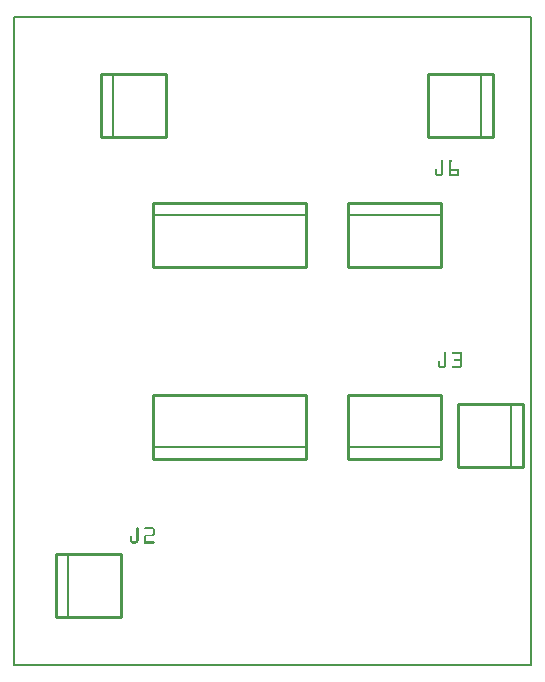
<source format=gto>
G04 MADE WITH FRITZING*
G04 WWW.FRITZING.ORG*
G04 DOUBLE SIDED*
G04 HOLES PLATED*
G04 CONTOUR ON CENTER OF CONTOUR VECTOR*
%ASAXBY*%
%FSLAX23Y23*%
%MOIN*%
%OFA0B0*%
%SFA1.0B1.0*%
%ADD10R,1.732280X2.165350X1.716280X2.149350*%
%ADD11C,0.008000*%
%ADD12C,0.010000*%
%ADD13C,0.005000*%
%ADD14R,0.001000X0.001000*%
%LNSILK1*%
G90*
G70*
G54D11*
X4Y2161D02*
X1728Y2161D01*
X1728Y4D01*
X4Y4D01*
X4Y2161D01*
D02*
G54D12*
X1484Y871D02*
X1484Y661D01*
D02*
X1484Y661D02*
X1700Y661D01*
D02*
X1700Y661D02*
X1700Y871D01*
D02*
X1700Y871D02*
X1484Y871D01*
G54D13*
D02*
X1660Y661D02*
X1660Y871D01*
G54D12*
D02*
X1117Y1328D02*
X1427Y1328D01*
D02*
X1427Y1328D02*
X1427Y1544D01*
D02*
X1427Y1544D02*
X1117Y1544D01*
D02*
X1117Y1544D02*
X1117Y1328D01*
G54D13*
D02*
X1427Y1504D02*
X1117Y1504D01*
G54D12*
D02*
X1427Y904D02*
X1117Y904D01*
D02*
X1117Y904D02*
X1117Y688D01*
D02*
X1117Y688D02*
X1427Y688D01*
D02*
X1427Y688D02*
X1427Y904D01*
G54D13*
D02*
X1117Y728D02*
X1427Y728D01*
G54D12*
D02*
X510Y1761D02*
X510Y1971D01*
D02*
X510Y1971D02*
X294Y1971D01*
D02*
X294Y1971D02*
X294Y1761D01*
D02*
X294Y1761D02*
X510Y1761D01*
G54D13*
D02*
X334Y1971D02*
X334Y1761D01*
G54D12*
D02*
X360Y161D02*
X360Y371D01*
D02*
X360Y371D02*
X144Y371D01*
D02*
X144Y371D02*
X144Y161D01*
D02*
X144Y161D02*
X360Y161D01*
G54D13*
D02*
X184Y371D02*
X184Y161D01*
G54D12*
D02*
X977Y904D02*
X467Y904D01*
D02*
X467Y904D02*
X467Y688D01*
D02*
X467Y688D02*
X977Y688D01*
D02*
X977Y688D02*
X977Y904D01*
G54D13*
D02*
X467Y728D02*
X977Y728D01*
G54D12*
D02*
X467Y1328D02*
X977Y1328D01*
D02*
X977Y1328D02*
X977Y1544D01*
D02*
X977Y1544D02*
X467Y1544D01*
D02*
X467Y1544D02*
X467Y1328D01*
G54D13*
D02*
X977Y1504D02*
X467Y1504D01*
G54D12*
D02*
X1384Y1971D02*
X1384Y1761D01*
D02*
X1384Y1761D02*
X1600Y1761D01*
D02*
X1600Y1761D02*
X1600Y1971D01*
D02*
X1600Y1971D02*
X1384Y1971D01*
G54D13*
D02*
X1560Y1761D02*
X1560Y1971D01*
G54D14*
X1429Y1686D02*
X1431Y1686D01*
X1455Y1686D02*
X1460Y1686D01*
X1428Y1685D02*
X1432Y1685D01*
X1454Y1685D02*
X1462Y1685D01*
X1427Y1684D02*
X1433Y1684D01*
X1453Y1684D02*
X1462Y1684D01*
X1427Y1683D02*
X1433Y1683D01*
X1453Y1683D02*
X1462Y1683D01*
X1427Y1682D02*
X1433Y1682D01*
X1453Y1682D02*
X1462Y1682D01*
X1427Y1681D02*
X1433Y1681D01*
X1453Y1681D02*
X1462Y1681D01*
X1427Y1680D02*
X1433Y1680D01*
X1453Y1680D02*
X1461Y1680D01*
X1427Y1679D02*
X1433Y1679D01*
X1453Y1679D02*
X1459Y1679D01*
X1427Y1678D02*
X1433Y1678D01*
X1453Y1678D02*
X1459Y1678D01*
X1427Y1677D02*
X1433Y1677D01*
X1453Y1677D02*
X1459Y1677D01*
X1427Y1676D02*
X1433Y1676D01*
X1453Y1676D02*
X1459Y1676D01*
X1427Y1675D02*
X1433Y1675D01*
X1453Y1675D02*
X1459Y1675D01*
X1427Y1674D02*
X1433Y1674D01*
X1453Y1674D02*
X1459Y1674D01*
X1427Y1673D02*
X1433Y1673D01*
X1453Y1673D02*
X1459Y1673D01*
X1427Y1672D02*
X1433Y1672D01*
X1453Y1672D02*
X1459Y1672D01*
X1427Y1671D02*
X1433Y1671D01*
X1453Y1671D02*
X1459Y1671D01*
X1427Y1670D02*
X1433Y1670D01*
X1453Y1670D02*
X1459Y1670D01*
X1427Y1669D02*
X1433Y1669D01*
X1453Y1669D02*
X1459Y1669D01*
X1427Y1668D02*
X1433Y1668D01*
X1453Y1668D02*
X1459Y1668D01*
X1427Y1667D02*
X1433Y1667D01*
X1453Y1667D02*
X1459Y1667D01*
X1427Y1666D02*
X1433Y1666D01*
X1453Y1666D02*
X1459Y1666D01*
X1427Y1665D02*
X1433Y1665D01*
X1453Y1665D02*
X1459Y1665D01*
X1427Y1664D02*
X1433Y1664D01*
X1453Y1664D02*
X1459Y1664D01*
X1427Y1663D02*
X1433Y1663D01*
X1453Y1663D02*
X1459Y1663D01*
X1427Y1662D02*
X1433Y1662D01*
X1453Y1662D02*
X1459Y1662D01*
X1427Y1661D02*
X1433Y1661D01*
X1453Y1661D02*
X1459Y1661D01*
X1427Y1660D02*
X1433Y1660D01*
X1453Y1660D02*
X1459Y1660D01*
X1427Y1659D02*
X1433Y1659D01*
X1453Y1659D02*
X1459Y1659D01*
X1427Y1658D02*
X1433Y1658D01*
X1453Y1658D02*
X1459Y1658D01*
X1427Y1657D02*
X1433Y1657D01*
X1453Y1657D02*
X1459Y1657D01*
X1407Y1656D02*
X1411Y1656D01*
X1427Y1656D02*
X1433Y1656D01*
X1453Y1656D02*
X1485Y1656D01*
X1407Y1655D02*
X1412Y1655D01*
X1427Y1655D02*
X1433Y1655D01*
X1453Y1655D02*
X1486Y1655D01*
X1406Y1654D02*
X1412Y1654D01*
X1427Y1654D02*
X1433Y1654D01*
X1453Y1654D02*
X1486Y1654D01*
X1406Y1653D02*
X1412Y1653D01*
X1427Y1653D02*
X1433Y1653D01*
X1453Y1653D02*
X1486Y1653D01*
X1406Y1652D02*
X1412Y1652D01*
X1427Y1652D02*
X1433Y1652D01*
X1453Y1652D02*
X1486Y1652D01*
X1406Y1651D02*
X1412Y1651D01*
X1427Y1651D02*
X1433Y1651D01*
X1453Y1651D02*
X1486Y1651D01*
X1406Y1650D02*
X1412Y1650D01*
X1427Y1650D02*
X1433Y1650D01*
X1453Y1650D02*
X1486Y1650D01*
X1406Y1649D02*
X1412Y1649D01*
X1427Y1649D02*
X1433Y1649D01*
X1453Y1649D02*
X1459Y1649D01*
X1480Y1649D02*
X1486Y1649D01*
X1406Y1648D02*
X1412Y1648D01*
X1427Y1648D02*
X1433Y1648D01*
X1453Y1648D02*
X1459Y1648D01*
X1480Y1648D02*
X1486Y1648D01*
X1406Y1647D02*
X1412Y1647D01*
X1427Y1647D02*
X1433Y1647D01*
X1453Y1647D02*
X1459Y1647D01*
X1480Y1647D02*
X1486Y1647D01*
X1406Y1646D02*
X1412Y1646D01*
X1427Y1646D02*
X1433Y1646D01*
X1453Y1646D02*
X1459Y1646D01*
X1480Y1646D02*
X1486Y1646D01*
X1406Y1645D02*
X1412Y1645D01*
X1427Y1645D02*
X1433Y1645D01*
X1453Y1645D02*
X1459Y1645D01*
X1480Y1645D02*
X1486Y1645D01*
X1406Y1644D02*
X1412Y1644D01*
X1427Y1644D02*
X1433Y1644D01*
X1453Y1644D02*
X1459Y1644D01*
X1480Y1644D02*
X1486Y1644D01*
X1406Y1643D02*
X1412Y1643D01*
X1427Y1643D02*
X1433Y1643D01*
X1453Y1643D02*
X1459Y1643D01*
X1480Y1643D02*
X1486Y1643D01*
X1406Y1642D02*
X1412Y1642D01*
X1427Y1642D02*
X1433Y1642D01*
X1453Y1642D02*
X1459Y1642D01*
X1480Y1642D02*
X1486Y1642D01*
X1406Y1641D02*
X1413Y1641D01*
X1426Y1641D02*
X1433Y1641D01*
X1453Y1641D02*
X1459Y1641D01*
X1480Y1641D02*
X1486Y1641D01*
X1406Y1640D02*
X1414Y1640D01*
X1425Y1640D02*
X1432Y1640D01*
X1453Y1640D02*
X1459Y1640D01*
X1480Y1640D02*
X1486Y1640D01*
X1407Y1639D02*
X1432Y1639D01*
X1453Y1639D02*
X1486Y1639D01*
X1407Y1638D02*
X1432Y1638D01*
X1453Y1638D02*
X1486Y1638D01*
X1408Y1637D02*
X1431Y1637D01*
X1453Y1637D02*
X1486Y1637D01*
X1409Y1636D02*
X1430Y1636D01*
X1453Y1636D02*
X1486Y1636D01*
X1410Y1635D02*
X1429Y1635D01*
X1453Y1635D02*
X1486Y1635D01*
X1411Y1634D02*
X1428Y1634D01*
X1453Y1634D02*
X1486Y1634D01*
X1413Y1633D02*
X1426Y1633D01*
X1454Y1633D02*
X1485Y1633D01*
X1439Y1046D02*
X1441Y1046D01*
X1465Y1046D02*
X1492Y1046D01*
X1437Y1045D02*
X1442Y1045D01*
X1464Y1045D02*
X1494Y1045D01*
X1437Y1044D02*
X1443Y1044D01*
X1463Y1044D02*
X1495Y1044D01*
X1437Y1043D02*
X1443Y1043D01*
X1463Y1043D02*
X1495Y1043D01*
X1437Y1042D02*
X1443Y1042D01*
X1463Y1042D02*
X1496Y1042D01*
X1437Y1041D02*
X1443Y1041D01*
X1464Y1041D02*
X1496Y1041D01*
X1437Y1040D02*
X1443Y1040D01*
X1465Y1040D02*
X1496Y1040D01*
X1437Y1039D02*
X1443Y1039D01*
X1490Y1039D02*
X1496Y1039D01*
X1437Y1038D02*
X1443Y1038D01*
X1490Y1038D02*
X1496Y1038D01*
X1437Y1037D02*
X1443Y1037D01*
X1490Y1037D02*
X1496Y1037D01*
X1437Y1036D02*
X1443Y1036D01*
X1490Y1036D02*
X1496Y1036D01*
X1437Y1035D02*
X1443Y1035D01*
X1490Y1035D02*
X1496Y1035D01*
X1437Y1034D02*
X1443Y1034D01*
X1490Y1034D02*
X1496Y1034D01*
X1437Y1033D02*
X1443Y1033D01*
X1490Y1033D02*
X1496Y1033D01*
X1437Y1032D02*
X1443Y1032D01*
X1490Y1032D02*
X1496Y1032D01*
X1437Y1031D02*
X1443Y1031D01*
X1490Y1031D02*
X1496Y1031D01*
X1437Y1030D02*
X1443Y1030D01*
X1490Y1030D02*
X1496Y1030D01*
X1437Y1029D02*
X1443Y1029D01*
X1490Y1029D02*
X1496Y1029D01*
X1437Y1028D02*
X1443Y1028D01*
X1490Y1028D02*
X1496Y1028D01*
X1437Y1027D02*
X1443Y1027D01*
X1490Y1027D02*
X1496Y1027D01*
X1437Y1026D02*
X1443Y1026D01*
X1490Y1026D02*
X1496Y1026D01*
X1437Y1025D02*
X1443Y1025D01*
X1490Y1025D02*
X1496Y1025D01*
X1437Y1024D02*
X1443Y1024D01*
X1489Y1024D02*
X1496Y1024D01*
X1437Y1023D02*
X1443Y1023D01*
X1487Y1023D02*
X1496Y1023D01*
X1437Y1022D02*
X1443Y1022D01*
X1471Y1022D02*
X1495Y1022D01*
X1437Y1021D02*
X1443Y1021D01*
X1470Y1021D02*
X1495Y1021D01*
X1437Y1020D02*
X1443Y1020D01*
X1470Y1020D02*
X1494Y1020D01*
X1437Y1019D02*
X1443Y1019D01*
X1470Y1019D02*
X1494Y1019D01*
X1437Y1018D02*
X1443Y1018D01*
X1470Y1018D02*
X1495Y1018D01*
X1419Y1017D02*
X1419Y1017D01*
X1437Y1017D02*
X1443Y1017D01*
X1471Y1017D02*
X1495Y1017D01*
X1417Y1016D02*
X1421Y1016D01*
X1437Y1016D02*
X1443Y1016D01*
X1473Y1016D02*
X1496Y1016D01*
X1416Y1015D02*
X1422Y1015D01*
X1437Y1015D02*
X1443Y1015D01*
X1489Y1015D02*
X1496Y1015D01*
X1416Y1014D02*
X1422Y1014D01*
X1437Y1014D02*
X1443Y1014D01*
X1490Y1014D02*
X1496Y1014D01*
X1416Y1013D02*
X1422Y1013D01*
X1437Y1013D02*
X1443Y1013D01*
X1490Y1013D02*
X1496Y1013D01*
X1416Y1012D02*
X1422Y1012D01*
X1437Y1012D02*
X1443Y1012D01*
X1490Y1012D02*
X1496Y1012D01*
X1416Y1011D02*
X1422Y1011D01*
X1437Y1011D02*
X1443Y1011D01*
X1490Y1011D02*
X1496Y1011D01*
X1416Y1010D02*
X1422Y1010D01*
X1437Y1010D02*
X1443Y1010D01*
X1490Y1010D02*
X1496Y1010D01*
X1416Y1009D02*
X1422Y1009D01*
X1437Y1009D02*
X1443Y1009D01*
X1490Y1009D02*
X1496Y1009D01*
X1416Y1008D02*
X1422Y1008D01*
X1437Y1008D02*
X1443Y1008D01*
X1490Y1008D02*
X1496Y1008D01*
X1416Y1007D02*
X1422Y1007D01*
X1437Y1007D02*
X1443Y1007D01*
X1490Y1007D02*
X1496Y1007D01*
X1416Y1006D02*
X1422Y1006D01*
X1437Y1006D02*
X1443Y1006D01*
X1490Y1006D02*
X1496Y1006D01*
X1416Y1005D02*
X1422Y1005D01*
X1437Y1005D02*
X1443Y1005D01*
X1490Y1005D02*
X1496Y1005D01*
X1416Y1004D02*
X1422Y1004D01*
X1437Y1004D02*
X1443Y1004D01*
X1490Y1004D02*
X1496Y1004D01*
X1416Y1003D02*
X1422Y1003D01*
X1437Y1003D02*
X1443Y1003D01*
X1490Y1003D02*
X1496Y1003D01*
X1416Y1002D02*
X1422Y1002D01*
X1437Y1002D02*
X1443Y1002D01*
X1490Y1002D02*
X1496Y1002D01*
X1416Y1001D02*
X1423Y1001D01*
X1436Y1001D02*
X1443Y1001D01*
X1490Y1001D02*
X1496Y1001D01*
X1417Y1000D02*
X1424Y1000D01*
X1435Y1000D02*
X1442Y1000D01*
X1490Y1000D02*
X1496Y1000D01*
X1417Y999D02*
X1442Y999D01*
X1465Y999D02*
X1496Y999D01*
X1417Y998D02*
X1442Y998D01*
X1464Y998D02*
X1496Y998D01*
X1418Y997D02*
X1441Y997D01*
X1463Y997D02*
X1496Y997D01*
X1419Y996D02*
X1440Y996D01*
X1463Y996D02*
X1496Y996D01*
X1420Y995D02*
X1439Y995D01*
X1463Y995D02*
X1495Y995D01*
X1421Y994D02*
X1438Y994D01*
X1463Y994D02*
X1494Y994D01*
X1423Y993D02*
X1436Y993D01*
X1464Y993D02*
X1492Y993D01*
X414Y461D02*
X416Y461D01*
X440Y461D02*
X467Y461D01*
X413Y460D02*
X417Y460D01*
X439Y460D02*
X469Y460D01*
X412Y459D02*
X418Y459D01*
X438Y459D02*
X470Y459D01*
X412Y458D02*
X418Y458D01*
X438Y458D02*
X471Y458D01*
X412Y457D02*
X418Y457D01*
X438Y457D02*
X471Y457D01*
X412Y456D02*
X418Y456D01*
X439Y456D02*
X471Y456D01*
X412Y455D02*
X418Y455D01*
X440Y455D02*
X472Y455D01*
X412Y454D02*
X418Y454D01*
X466Y454D02*
X472Y454D01*
X412Y453D02*
X418Y453D01*
X466Y453D02*
X472Y453D01*
X412Y452D02*
X418Y452D01*
X466Y452D02*
X472Y452D01*
X412Y451D02*
X418Y451D01*
X466Y451D02*
X472Y451D01*
X412Y450D02*
X418Y450D01*
X466Y450D02*
X472Y450D01*
X412Y449D02*
X418Y449D01*
X466Y449D02*
X472Y449D01*
X412Y448D02*
X418Y448D01*
X466Y448D02*
X472Y448D01*
X412Y447D02*
X418Y447D01*
X466Y447D02*
X472Y447D01*
X412Y446D02*
X418Y446D01*
X466Y446D02*
X472Y446D01*
X412Y445D02*
X418Y445D01*
X466Y445D02*
X472Y445D01*
X412Y444D02*
X418Y444D01*
X466Y444D02*
X472Y444D01*
X412Y443D02*
X418Y443D01*
X466Y443D02*
X472Y443D01*
X412Y442D02*
X418Y442D01*
X466Y442D02*
X472Y442D01*
X412Y441D02*
X418Y441D01*
X466Y441D02*
X472Y441D01*
X412Y440D02*
X418Y440D01*
X466Y440D02*
X472Y440D01*
X412Y439D02*
X418Y439D01*
X466Y439D02*
X472Y439D01*
X412Y438D02*
X418Y438D01*
X465Y438D02*
X472Y438D01*
X412Y437D02*
X418Y437D01*
X442Y437D02*
X472Y437D01*
X412Y436D02*
X418Y436D01*
X440Y436D02*
X471Y436D01*
X412Y435D02*
X418Y435D01*
X439Y435D02*
X471Y435D01*
X412Y434D02*
X418Y434D01*
X439Y434D02*
X470Y434D01*
X412Y433D02*
X418Y433D01*
X438Y433D02*
X469Y433D01*
X394Y432D02*
X395Y432D01*
X412Y432D02*
X418Y432D01*
X438Y432D02*
X468Y432D01*
X392Y431D02*
X396Y431D01*
X412Y431D02*
X418Y431D01*
X438Y431D02*
X444Y431D01*
X392Y430D02*
X397Y430D01*
X412Y430D02*
X418Y430D01*
X438Y430D02*
X444Y430D01*
X391Y429D02*
X397Y429D01*
X412Y429D02*
X418Y429D01*
X438Y429D02*
X444Y429D01*
X391Y428D02*
X397Y428D01*
X412Y428D02*
X418Y428D01*
X438Y428D02*
X444Y428D01*
X391Y427D02*
X397Y427D01*
X412Y427D02*
X418Y427D01*
X438Y427D02*
X444Y427D01*
X391Y426D02*
X397Y426D01*
X412Y426D02*
X418Y426D01*
X438Y426D02*
X444Y426D01*
X391Y425D02*
X397Y425D01*
X412Y425D02*
X418Y425D01*
X438Y425D02*
X444Y425D01*
X391Y424D02*
X397Y424D01*
X412Y424D02*
X418Y424D01*
X438Y424D02*
X444Y424D01*
X391Y423D02*
X397Y423D01*
X412Y423D02*
X418Y423D01*
X438Y423D02*
X444Y423D01*
X391Y422D02*
X397Y422D01*
X412Y422D02*
X418Y422D01*
X438Y422D02*
X444Y422D01*
X391Y421D02*
X397Y421D01*
X412Y421D02*
X418Y421D01*
X438Y421D02*
X444Y421D01*
X391Y420D02*
X397Y420D01*
X412Y420D02*
X418Y420D01*
X438Y420D02*
X444Y420D01*
X391Y419D02*
X397Y419D01*
X412Y419D02*
X418Y419D01*
X438Y419D02*
X444Y419D01*
X391Y418D02*
X397Y418D01*
X412Y418D02*
X418Y418D01*
X438Y418D02*
X444Y418D01*
X391Y417D02*
X397Y417D01*
X412Y417D02*
X418Y417D01*
X438Y417D02*
X444Y417D01*
X391Y416D02*
X398Y416D01*
X411Y416D02*
X418Y416D01*
X438Y416D02*
X444Y416D01*
X392Y415D02*
X399Y415D01*
X410Y415D02*
X418Y415D01*
X438Y415D02*
X444Y415D01*
X392Y414D02*
X417Y414D01*
X438Y414D02*
X470Y414D01*
X393Y413D02*
X417Y413D01*
X438Y413D02*
X471Y413D01*
X393Y412D02*
X416Y412D01*
X438Y412D02*
X471Y412D01*
X394Y411D02*
X415Y411D01*
X438Y411D02*
X472Y411D01*
X395Y410D02*
X414Y410D01*
X438Y410D02*
X471Y410D01*
X396Y409D02*
X413Y409D01*
X438Y409D02*
X471Y409D01*
X398Y408D02*
X411Y408D01*
X438Y408D02*
X470Y408D01*
D02*
G04 End of Silk1*
M02*
</source>
